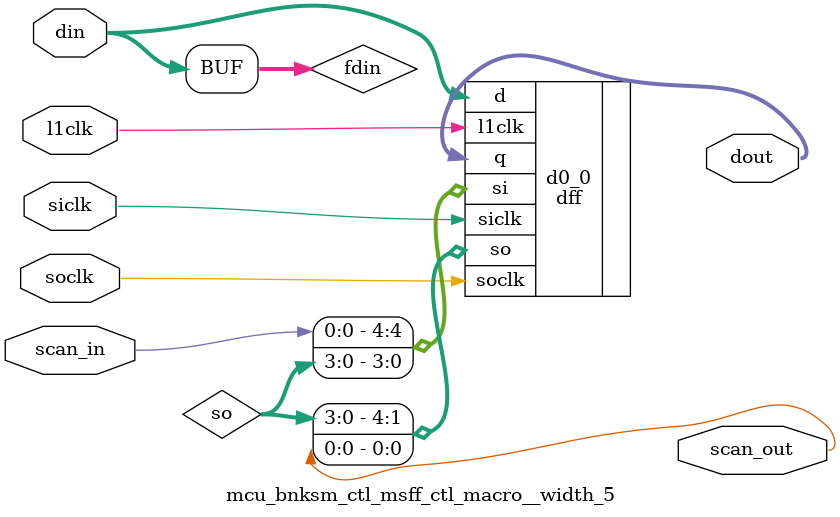
<source format=v>
module mcu_bnksm_ctl (
  rcd_cnt_is_zero, 
  rc_cnt_is_zero, 
  dal_cnt_is_zero, 
  drif_abnk_ras_picked, 
  drif_abnk_cas_picked, 
  drif_bcbnk_ras_picked, 
  drif_bcbnk_cas_picked, 
  drif_cmd_picked_d1, 
  rcd_reg, 
  rc_reg, 
  dal_reg, 
  ral_reg, 
  fbdic_sync_frame_req_l, 
  l1clk, 
  scan_in, 
  scan_out, 
  tcu_aclk, 
  tcu_bclk, 
  tcu_scan_en);
wire siclk;
wire soclk;
wire se;
wire drif_bnk_ras_picked;
wire drif_bnk_cas_picked;
wire [3:0] rcd_cnt_next;
wire [3:0] rcd_cnt;
wire ff_rcd_cnt_scanin;
wire ff_rcd_cnt_scanout;
wire [4:0] rc_cnt_next;
wire [4:0] rc_cnt;
wire ff_rc_cnt_scanin;
wire ff_rc_cnt_scanout;
wire [4:0] dal_cnt_next;
wire [4:0] dal_cnt;
wire ff_dal_cnt_scanin;
wire ff_dal_cnt_scanout;


output		rcd_cnt_is_zero;
output		rc_cnt_is_zero;
output		dal_cnt_is_zero;

input		drif_abnk_ras_picked;
input		drif_abnk_cas_picked;
input		drif_bcbnk_ras_picked;
input		drif_bcbnk_cas_picked;
input		drif_cmd_picked_d1;
input	[3:0]	rcd_reg;
input	[4:0]	rc_reg;
input	[4:0]	dal_reg;
input	[4:0]	ral_reg;
input		fbdic_sync_frame_req_l;

input 		l1clk;
input 		scan_in;
output		scan_out;
input 		tcu_aclk;
input		tcu_bclk;
input		tcu_scan_en;

// Code
assign siclk = tcu_aclk;
assign soclk = tcu_bclk;
assign se = tcu_scan_en;

assign drif_bnk_ras_picked = drif_abnk_ras_picked | drif_bcbnk_ras_picked;
assign drif_bnk_cas_picked = drif_abnk_cas_picked | drif_bcbnk_cas_picked;

//////////////////////////////////////////////////////////////////
// mcu bank SM
//////////////////////////////////////////////////////////////////

// ras to cas delay timer
assign rcd_cnt_next[3:0] = drif_bnk_ras_picked & fbdic_sync_frame_req_l ? rcd_reg[3:0] - 4'h1 : 
			(rcd_cnt[3:0] == 4'h0) ?  4'h0 : rcd_cnt[3:0] - 4'h1;

mcu_bnksm_ctl_msff_ctl_macro__width_4 ff_rcd_cnt  (
        .scan_in(ff_rcd_cnt_scanin),
        .scan_out(ff_rcd_cnt_scanout),
        .din(rcd_cnt_next[3:0]),
        .dout(rcd_cnt[3:0]),
        .l1clk(l1clk),
  .siclk(siclk),
  .soclk(soclk));

assign rcd_cnt_is_zero = (rcd_cnt[3:0] == 4'h0);

// ras to ras (bankA to bankA) delay timer
assign rc_cnt_next[4:0] = drif_bnk_ras_picked & fbdic_sync_frame_req_l ? rc_reg[4:0] : 
			(rc_cnt[4:0] == 5'h0) ? 5'h0 : rc_cnt[4:0] - 5'h1;

mcu_bnksm_ctl_msff_ctl_macro__width_5	ff_rc_cnt  (
        .scan_in(ff_rc_cnt_scanin),
        .scan_out(ff_rc_cnt_scanout),
        .din(rc_cnt_next[4:0]),
        .dout(rc_cnt[4:0]),
        .l1clk(l1clk),
  .siclk(siclk),
  .soclk(soclk));

assign rc_cnt_is_zero = (rc_cnt[4:0] == 5'h0);

// read/write to ras (DAL) delay timer
assign dal_cnt_next[4:0] = drif_bnk_cas_picked & fbdic_sync_frame_req_l ? 
				((drif_cmd_picked_d1 & drif_abnk_cas_picked | drif_bcbnk_cas_picked) ? 
					dal_reg[4:0] : ral_reg[4:0]) : 
				((dal_cnt[4:0] == 5'h0) ? 5'h0 : dal_cnt[4:0] - 5'h1);

mcu_bnksm_ctl_msff_ctl_macro__width_5 ff_dal_cnt  (
	.scan_in(ff_dal_cnt_scanin),
	.scan_out(ff_dal_cnt_scanout),
	.din(dal_cnt_next[4:0]),
	.dout(dal_cnt[4:0]),
	.l1clk(l1clk),
  .siclk(siclk),
  .soclk(soclk));

assign dal_cnt_is_zero = (dal_cnt[4:0] == 5'h0);

// fixscan start:
assign ff_rcd_cnt_scanin         = scan_in                  ;
assign ff_rc_cnt_scanin          = ff_rcd_cnt_scanout       ;
assign ff_dal_cnt_scanin         = ff_rc_cnt_scanout        ;
assign scan_out                  = ff_dal_cnt_scanout       ;
// fixscan end:
endmodule






// any PARAMS parms go into naming of macro

module mcu_bnksm_ctl_msff_ctl_macro__width_4 (
  din, 
  l1clk, 
  scan_in, 
  siclk, 
  soclk, 
  dout, 
  scan_out);
wire [3:0] fdin;
wire [2:0] so;

  input [3:0] din;
  input l1clk;
  input scan_in;


  input siclk;
  input soclk;

  output [3:0] dout;
  output scan_out;
assign fdin[3:0] = din[3:0];






dff #(4)  d0_0 (
.l1clk(l1clk),
.siclk(siclk),
.soclk(soclk),
.d(fdin[3:0]),
.si({scan_in,so[2:0]}),
.so({so[2:0],scan_out}),
.q(dout[3:0])
);












endmodule













// any PARAMS parms go into naming of macro

module mcu_bnksm_ctl_msff_ctl_macro__width_5 (
  din, 
  l1clk, 
  scan_in, 
  siclk, 
  soclk, 
  dout, 
  scan_out);
wire [4:0] fdin;
wire [3:0] so;

  input [4:0] din;
  input l1clk;
  input scan_in;


  input siclk;
  input soclk;

  output [4:0] dout;
  output scan_out;
assign fdin[4:0] = din[4:0];






dff #(5)  d0_0 (
.l1clk(l1clk),
.siclk(siclk),
.soclk(soclk),
.d(fdin[4:0]),
.si({scan_in,so[3:0]}),
.so({so[3:0],scan_out}),
.q(dout[4:0])
);












endmodule









</source>
